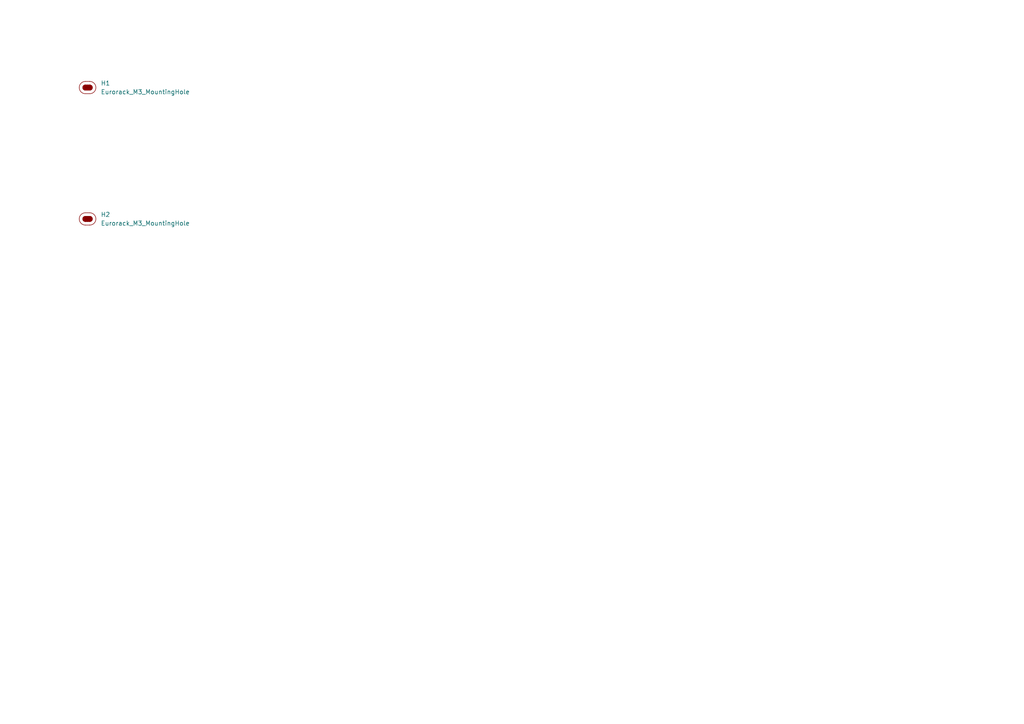
<source format=kicad_sch>
(kicad_sch (version 20250114) (generator "eeschema") (generator_version "9.0")
  (paper "A4")
  (lib_symbols
    (symbol "EXC:Eurorack_M3_MountingHole" (pin_names (offset 1.016))
      (property "Reference" "H" (at 0 5.08 0))
      (property "Value" "Eurorack_M3_MountingHole" (at 0 3.175 0))
      (symbol "Eurorack_M3_MountingHole_0_1"
        (polyline (pts (xy -0.635 0.762) (xy 0.635 0.762)))
        (circle (center -0.635 0) (radius 0.762) (fill (type outline)))
        (arc (start -0.635 -0.762) (mid -1.397 0) (end -0.635 0.762))
        (arc (start -0.635 -1.778) (mid -2.413 0) (end -0.635 1.778))
        (polyline (pts (xy -0.635 -0.762) (xy 0.635 -0.762)))
        (polyline (pts (xy -0.635 -1.778) (xy 0.635 -1.778)))
        (circle (center 0 0) (radius 0.762) (fill (type outline)))
        (polyline (pts (xy 0.635 1.778) (xy -0.635 1.778)))
        (arc (start 0.6141 1.778) (mid 2.4131 0) (end 0.6141 -1.778))
        (arc (start 0.6227 0.762) (mid 1.3971 0) (end 0.6227 -0.762))
        (circle (center 0.635 0) (radius 0.762) (fill (type outline)))
      )
    )
  )
  (symbol (lib_id "EXC:Eurorack_M3_MountingHole") (at 25.4 25.4 0) (unit 1)
    (property "Reference" "H1" (at 29.21 24.1299 0) (effects (justify left)))
    (property "Value" "Eurorack_M3_MountingHole" (at 29.21 26.6699 0) (effects (justify left)))
    (property "Footprint" "EXC:MountingHole_3.2mm_M3" (effects (hide yes)))
    (property "Description" "Mounting Hole without connection" (effects (hide yes)))
  )
  (symbol (lib_id "EXC:Eurorack_M3_MountingHole") (at 25.4 63.5 0) (unit 1)
    (property "Reference" "H2" (at 29.21 62.2299 0) (effects (justify left)))
    (property "Value" "Eurorack_M3_MountingHole" (at 29.21 64.7699 0) (effects (justify left)))
    (property "Footprint" "EXC:MountingHole_3.2mm_M3" (effects (hide yes)))
    (property "Description" "Mounting Hole without connection" (effects (hide yes)))
  )
)
</source>
